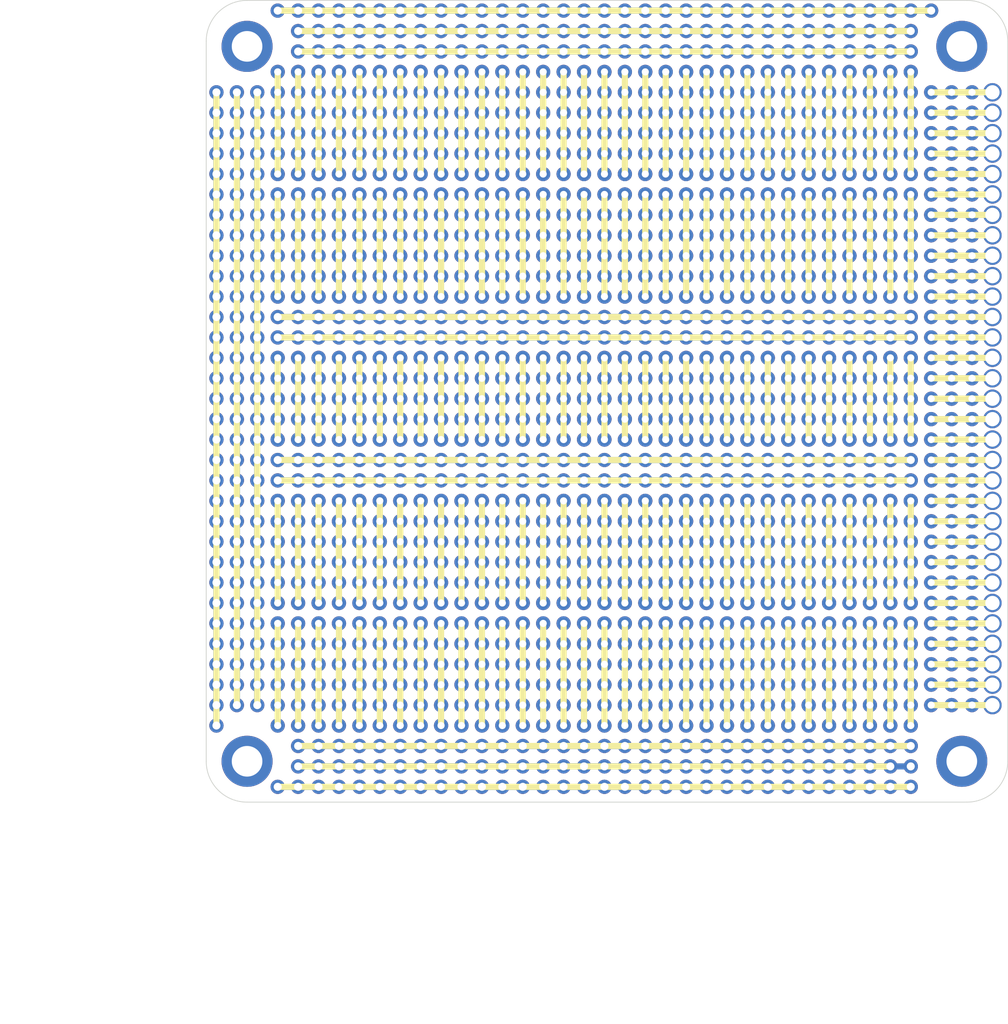
<source format=kicad_pcb>
(kicad_pcb (version 20211014) (generator pcbnew)
  (layers (0 "F.Cu" signal) (31 "B.Cu" signal) (34 "B.Paste" user) (35 "F.Paste" user) (36 "B.SilkS" user "B.Silkscreen") (37 "F.SilkS" user "F.Silkscreen") (38 "B.Mask" user) (39 "F.Mask" user) (44 "Edge.Cuts" user))
  (net 0 "")
  (footprint "DEFAULT" (layer "F.Cu") (at 0 0)
    (fp_text reference "")
    (fp_text value "")
  )
  (gr_line (start 59.69 -39.37) (end 59.69 -49.53) (layer "F.SilkS") (width 0.762))
  (gr_line (start 82.55 -36.83) (end 82.55 -46.99) (layer "F.SilkS") (width 0.762))
  (gr_line (start 62.23 -72.39) (end 62.23 -82.55) (layer "F.SilkS") (width 0.762))
  (gr_line (start 44.45 -92.71) (end 44.45 -102.87) (layer "F.SilkS") (width 0.762))
  (gr_line (start 115.57 -115.57) (end 120.65 -115.57) (layer "F.SilkS") (width 0.762))
  (gr_line (start 118.11 -41.91) (end 123.19 -41.91) (layer "F.SilkS") (width 0.762))
  (gr_line (start 115.57 -105.41) (end 120.65 -105.41) (layer "F.SilkS") (width 0.762))
  (gr_line (start 95.25 -92.71) (end 95.25 -102.87) (layer "F.SilkS") (width 0.762))
  (gr_line (start 85.09 -92.71) (end 85.09 -102.87) (layer "F.SilkS") (width 0.762))
  (gr_line (start 110.49 -107.95) (end 110.49 -118.11) (layer "F.SilkS") (width 0.762))
  (gr_line (start 97.79 -39.37) (end 97.79 -49.53) (layer "F.SilkS") (width 0.762))
  (gr_line (start 36.83 -39.37) (end 36.83 -49.53) (layer "F.SilkS") (width 0.762))
  (gr_line (start 64.77 -54.61) (end 64.77 -64.77) (layer "F.SilkS") (width 0.762))
  (gr_line (start 39.37 -36.83) (end 39.37 -46.99) (layer "F.SilkS") (width 0.762))
  (gr_line (start 49.53 -36.83) (end 49.53 -46.99) (layer "F.SilkS") (width 0.762))
  (gr_line (start 87.63 -54.61) (end 87.63 -64.77) (layer "F.SilkS") (width 0.762))
  (gr_line (start 36.83 -72.39) (end 36.83 -82.55) (layer "F.SilkS") (width 0.762))
  (gr_line (start 115.57 -59.69) (end 120.65 -59.69) (layer "F.SilkS") (width 0.762))
  (gr_line (start 41.91 -105.41) (end 41.91 -115.57) (layer "F.SilkS") (width 0.762))
  (gr_line (start 87.63 -72.39) (end 87.63 -82.55) (layer "F.SilkS") (width 0.762))
  (gr_line (start 46.99 -92.71) (end 46.99 -102.87) (layer "F.SilkS") (width 0.762))
  (gr_line (start 107.95 -90.17) (end 107.95 -100.33) (layer "F.SilkS") (width 0.762))
  (gr_line (start 115.57 -82.55) (end 120.65 -82.55) (layer "F.SilkS") (width 0.762))
  (gr_line (start 90.17 -105.41) (end 90.17 -115.57) (layer "F.SilkS") (width 0.762))
  (gr_line (start 115.57 -46.99) (end 120.65 -46.99) (layer "F.SilkS") (width 0.762))
  (gr_line (start 59.69 -54.61) (end 59.69 -64.77) (layer "F.SilkS") (width 0.762))
  (gr_line (start 39.37 -90.17) (end 39.37 -100.33) (layer "F.SilkS") (width 0.762))
  (gr_line (start 115.57 -64.77) (end 120.65 -64.77) (layer "F.SilkS") (width 0.762))
  (gr_line (start 110.49 -72.39) (end 110.49 -82.55) (layer "F.SilkS") (width 0.762))
  (gr_line (start 113.03 -52.07) (end 113.03 -62.23) (layer "F.SilkS") (width 0.762))
  (gr_line (start 97.79 -105.41) (end 97.79 -115.57) (layer "F.SilkS") (width 0.762))
  (gr_line (start 107.95 -52.07) (end 107.95 -62.23) (layer "F.SilkS") (width 0.762))
  (gr_line (start 97.79 -72.39) (end 97.79 -82.55) (layer "F.SilkS") (width 0.762))
  (gr_line (start 115.57 -44.45) (end 120.65 -44.45) (layer "F.SilkS") (width 0.762))
  (gr_line (start 113.03 -92.71) (end 113.03 -102.87) (layer "F.SilkS") (width 0.762))
  (gr_line (start 57.15 -92.71) (end 57.15 -102.87) (layer "F.SilkS") (width 0.762))
  (gr_line (start 34.29 -39.37) (end 34.29 -49.53) (layer "F.SilkS") (width 0.762))
  (gr_line (start 57.15 -36.83) (end 57.15 -46.99) (layer "F.SilkS") (width 0.762))
  (gr_line (start 118.11 -49.53) (end 123.19 -49.53) (layer "F.SilkS") (width 0.762))
  (gr_line (start 67.31 -92.71) (end 67.31 -102.87) (layer "F.SilkS") (width 0.762))
  (gr_line (start 107.95 -54.61) (end 107.95 -64.77) (layer "F.SilkS") (width 0.762))
  (gr_line (start 100.33 -90.17) (end 100.33 -100.33) (layer "F.SilkS") (width 0.762))
  (gr_line (start 115.57 -69.85) (end 120.65 -69.85) (layer "F.SilkS") (width 0.762))
  (gr_line (start 26.67 -36.83) (end 26.67 -115.57) (layer "F.SilkS") (width 0.762))
  (gr_line (start 44.45 -90.17) (end 44.45 -100.33) (layer "F.SilkS") (width 0.762))
  (gr_line (start 118.11 -92.71) (end 123.19 -92.71) (layer "F.SilkS") (width 0.762))
  (gr_line (start 72.39 -39.37) (end 72.39 -49.53) (layer "F.SilkS") (width 0.762))
  (gr_line (start 41.91 -54.61) (end 41.91 -64.77) (layer "F.SilkS") (width 0.762))
  (gr_line (start 67.31 -54.61) (end 67.31 -64.77) (layer "F.SilkS") (width 0.762))
  (gr_line (start 115.57 -95.25) (end 120.65 -95.25) (layer "F.SilkS") (width 0.762))
  (gr_line (start 85.09 -105.41) (end 85.09 -115.57) (layer "F.SilkS") (width 0.762))
  (gr_line (start 52.07 -90.17) (end 52.07 -100.33) (layer "F.SilkS") (width 0.762))
  (gr_line (start 64.77 -52.07) (end 64.77 -62.23) (layer "F.SilkS") (width 0.762))
  (gr_line (start 110.49 -36.83) (end 110.49 -46.99) (layer "F.SilkS") (width 0.762))
  (gr_line (start 87.63 -52.07) (end 87.63 -62.23) (layer "F.SilkS") (width 0.762))
  (gr_line (start 46.99 -52.07) (end 46.99 -62.23) (layer "F.SilkS") (width 0.762))
  (gr_line (start 54.61 -52.07) (end 54.61 -62.23) (layer "F.SilkS") (width 0.762))
  (gr_line (start 59.69 -36.83) (end 59.69 -46.99) (layer "F.SilkS") (width 0.762))
  (gr_line (start 115.57 -74.93) (end 120.65 -74.93) (layer "F.SilkS") (width 0.762))
  (gr_line (start 62.23 -36.83) (end 62.23 -46.99) (layer "F.SilkS") (width 0.762))
  (gr_line (start 115.57 -113.03) (end 120.65 -113.03) (layer "F.SilkS") (width 0.762))
  (gr_line (start 54.61 -105.41) (end 54.61 -115.57) (layer "F.SilkS") (width 0.762))
  (gr_line (start 82.55 -92.71) (end 82.55 -102.87) (layer "F.SilkS") (width 0.762))
  (gr_line (start 113.03 -90.17) (end 113.03 -100.33) (layer "F.SilkS") (width 0.762))
  (gr_line (start 118.11 -87.63) (end 123.19 -87.63) (layer "F.SilkS") (width 0.762))
  (gr_line (start 118.11 -90.17) (end 123.19 -90.17) (layer "F.SilkS") (width 0.762))
  (gr_line (start 107.95 -105.41) (end 107.95 -115.57) (layer "F.SilkS") (width 0.762))
  (gr_line (start 80.01 -107.95) (end 80.01 -118.11) (layer "F.SilkS") (width 0.762))
  (gr_line (start 72.39 -72.39) (end 72.39 -82.55) (layer "F.SilkS") (width 0.762))
  (gr_line (start 62.23 -54.61) (end 62.23 -64.77) (layer "F.SilkS") (width 0.762))
  (gr_line (start 57.15 -105.41) (end 57.15 -115.57) (layer "F.SilkS") (width 0.762))
  (gr_line (start 80.01 -72.39) (end 80.01 -82.55) (layer "F.SilkS") (width 0.762))
  (gr_line (start 118.11 -85.09) (end 123.19 -85.09) (layer "F.SilkS") (width 0.762))
  (gr_line (start 115.57 -110.49) (end 120.65 -110.49) (layer "F.SilkS") (width 0.762))
  (gr_line (start 44.45 -39.37) (end 44.45 -49.53) (layer "F.SilkS") (width 0.762))
  (gr_line (start 85.09 -72.39) (end 85.09 -82.55) (layer "F.SilkS") (width 0.762))
  (gr_line (start 107.95 -107.95) (end 107.95 -118.11) (layer "F.SilkS") (width 0.762))
  (gr_line (start 69.85 -39.37) (end 69.85 -49.53) (layer "F.SilkS") (width 0.762))
  (gr_line (start 92.71 -36.83) (end 92.71 -46.99) (layer "F.SilkS") (width 0.762))
  (gr_line (start 46.99 -72.39) (end 46.99 -82.55) (layer "F.SilkS") (width 0.762))
  (gr_line (start 62.23 -107.95) (end 62.23 -118.11) (layer "F.SilkS") (width 0.762))
  (gr_line (start 118.11 -97.79) (end 123.19 -97.79) (layer "F.SilkS") (width 0.762))
  (gr_line (start 118.11 -77.47) (end 123.19 -77.47) (layer "F.SilkS") (width 0.762))
  (gr_line (start 74.93 -105.41) (end 74.93 -115.57) (layer "F.SilkS") (width 0.762))
  (gr_line (start 118.11 -113.03) (end 123.19 -113.03) (layer "F.SilkS") (width 0.762))
  (gr_line (start 92.71 -107.95) (end 92.71 -118.11) (layer "F.SilkS") (width 0.762))
  (gr_line (start 92.71 -72.39) (end 92.71 -82.55) (layer "F.SilkS") (width 0.762))
  (gr_line (start 36.83 -31.75) (end 110.49 -31.75) (layer "F.SilkS") (width 0.762))
  (gr_line (start 87.63 -92.71) (end 87.63 -102.87) (layer "F.SilkS") (width 0.762))
  (gr_line (start 39.37 -92.71) (end 39.37 -102.87) (layer "F.SilkS") (width 0.762))
  (gr_line (start 118.11 -44.45) (end 123.19 -44.45) (layer "F.SilkS") (width 0.762))
  (gr_line (start 74.93 -72.39) (end 74.93 -82.55) (layer "F.SilkS") (width 0.762))
  (gr_line (start 54.61 -107.95) (end 54.61 -118.11) (layer "F.SilkS") (width 0.762))
  (gr_line (start 74.93 -52.07) (end 74.93 -62.23) (layer "F.SilkS") (width 0.762))
  (gr_line (start 44.45 -36.83) (end 44.45 -46.99) (layer "F.SilkS") (width 0.762))
  (gr_line (start 90.17 -36.83) (end 90.17 -46.99) (layer "F.SilkS") (width 0.762))
  (gr_line (start 105.41 -39.37) (end 105.41 -49.53) (layer "F.SilkS") (width 0.762))
  (gr_line (start 115.57 -107.95) (end 120.65 -107.95) (layer "F.SilkS") (width 0.762))
  (gr_line (start 95.25 -90.17) (end 95.25 -100.33) (layer "F.SilkS") (width 0.762))
  (gr_line (start 34.29 -125.73) (end 115.57 -125.73) (layer "F.SilkS") (width 0.762))
  (gr_line (start 107.95 -39.37) (end 107.95 -49.53) (layer "F.SilkS") (width 0.762))
  (gr_line (start 69.85 -72.39) (end 69.85 -82.55) (layer "F.SilkS") (width 0.762))
  (gr_line (start 36.83 -92.71) (end 36.83 -102.87) (layer "F.SilkS") (width 0.762))
  (gr_line (start 118.11 -69.85) (end 123.19 -69.85) (layer "F.SilkS") (width 0.762))
  (gr_line (start 72.39 -90.17) (end 72.39 -100.33) (layer "F.SilkS") (width 0.762))
  (gr_line (start 34.29 -105.41) (end 34.29 -115.57) (layer "F.SilkS") (width 0.762))
  (gr_line (start 72.39 -92.71) (end 72.39 -102.87) (layer "F.SilkS") (width 0.762))
  (gr_line (start 64.77 -36.83) (end 64.77 -46.99) (layer "F.SilkS") (width 0.762))
  (gr_line (start 118.11 -107.95) (end 123.19 -107.95) (layer "F.SilkS") (width 0.762))
  (gr_line (start 102.87 -107.95) (end 102.87 -118.11) (layer "F.SilkS") (width 0.762))
  (gr_line (start 36.83 -90.17) (end 36.83 -100.33) (layer "F.SilkS") (width 0.762))
  (gr_line (start 49.53 -72.39) (end 49.53 -82.55) (layer "F.SilkS") (width 0.762))
  (gr_line (start 110.49 -54.61) (end 110.49 -64.77) (layer "F.SilkS") (width 0.762))
  (gr_line (start 115.57 -80.01) (end 120.65 -80.01) (layer "F.SilkS") (width 0.762))
  (gr_line (start 64.77 -72.39) (end 64.77 -82.55) (layer "F.SilkS") (width 0.762))
  (gr_line (start 87.63 -105.41) (end 87.63 -115.57) (layer "F.SilkS") (width 0.762))
  (gr_line (start 54.61 -39.37) (end 54.61 -49.53) (layer "F.SilkS") (width 0.762))
  (gr_line (start 77.47 -52.07) (end 77.47 -62.23) (layer "F.SilkS") (width 0.762))
  (gr_line (start 115.57 -62.23) (end 120.65 -62.23) (layer "F.SilkS") (width 0.762))
  (gr_line (start 118.11 -57.15) (end 123.19 -57.15) (layer "F.SilkS") (width 0.762))
  (gr_line (start 57.15 -90.17) (end 57.15 -100.33) (layer "F.SilkS") (width 0.762))
  (gr_line (start 46.99 -54.61) (end 46.99 -64.77) (layer "F.SilkS") (width 0.762))
  (gr_line (start 85.09 -54.61) (end 85.09 -64.77) (layer "F.SilkS") (width 0.762))
  (gr_line (start 52.07 -92.71) (end 52.07 -102.87) (layer "F.SilkS") (width 0.762))
  (gr_line (start 36.83 -107.95) (end 36.83 -118.11) (layer "F.SilkS") (width 0.762))
  (gr_line (start 110.49 -90.17) (end 110.49 -100.33) (layer "F.SilkS") (width 0.762))
  (gr_line (start 82.55 -54.61) (end 82.55 -64.77) (layer "F.SilkS") (width 0.762))
  (gr_line (start 34.29 -69.85) (end 113.03 -69.85) (layer "F.SilkS") (width 0.762))
  (gr_line (start 118.11 -100.33) (end 123.19 -100.33) (layer "F.SilkS") (width 0.762))
  (gr_line (start 49.53 -52.07) (end 49.53 -62.23) (layer "F.SilkS") (width 0.762))
  (gr_line (start 36.83 -36.83) (end 36.83 -46.99) (layer "F.SilkS") (width 0.762))
  (gr_line (start 41.91 -72.39) (end 41.91 -82.55) (layer "F.SilkS") (width 0.762))
  (gr_line (start 102.87 -92.71) (end 102.87 -102.87) (layer "F.SilkS") (width 0.762))
  (gr_line (start 82.55 -52.07) (end 82.55 -62.23) (layer "F.SilkS") (width 0.762))
  (gr_line (start 67.31 -36.83) (end 67.31 -46.99) (layer "F.SilkS") (width 0.762))
  (gr_line (start 59.69 -90.17) (end 59.69 -100.33) (layer "F.SilkS") (width 0.762))
  (gr_line (start 39.37 -52.07) (end 39.37 -62.23) (layer "F.SilkS") (width 0.762))
  (gr_line (start 77.47 -54.61) (end 77.47 -64.77) (layer "F.SilkS") (width 0.762))
  (gr_line (start 92.71 -39.37) (end 92.71 -49.53) (layer "F.SilkS") (width 0.762))
  (gr_line (start 44.45 -107.95) (end 44.45 -118.11) (layer "F.SilkS") (width 0.762))
  (gr_line (start 95.25 -72.39) (end 95.25 -82.55) (layer "F.SilkS") (width 0.762))
  (gr_line (start 74.93 -92.71) (end 74.93 -102.87) (layer "F.SilkS") (width 0.762))
  (gr_line (start 97.79 -36.83) (end 97.79 -46.99) (layer "F.SilkS") (width 0.762))
  (gr_line (start 113.03 -105.41) (end 113.03 -115.57) (layer "F.SilkS") (width 0.762))
  (gr_line (start 97.79 -107.95) (end 97.79 -118.11) (layer "F.SilkS") (width 0.762))
  (gr_line (start 64.77 -92.71) (end 64.77 -102.87) (layer "F.SilkS") (width 0.762))
  (gr_line (start 80.01 -105.41) (end 80.01 -115.57) (layer "F.SilkS") (width 0.762))
  (gr_line (start 54.61 -72.39) (end 54.61 -82.55) (layer "F.SilkS") (width 0.762))
  (gr_line (start 118.11 -115.57) (end 123.19 -115.57) (layer "F.SilkS") (width 0.762))
  (gr_line (start 57.15 -72.39) (end 57.15 -82.55) (layer "F.SilkS") (width 0.762))
  (gr_line (start 36.83 -123.19) (end 113.03 -123.19) (layer "F.SilkS") (width 0.762))
  (gr_line (start 57.15 -107.95) (end 57.15 -118.11) (layer "F.SilkS") (width 0.762))
  (gr_line (start 39.37 -105.41) (end 39.37 -115.57) (layer "F.SilkS") (width 0.762))
  (gr_line (start 74.93 -36.83) (end 74.93 -46.99) (layer "F.SilkS") (width 0.762))
  (gr_line (start 87.63 -90.17) (end 87.63 -100.33) (layer "F.SilkS") (width 0.762))
  (gr_line (start 92.71 -92.71) (end 92.71 -102.87) (layer "F.SilkS") (width 0.762))
  (gr_line (start 85.09 -107.95) (end 85.09 -118.11) (layer "F.SilkS") (width 0.762))
  (gr_line (start 115.57 -67.31) (end 120.65 -67.31) (layer "F.SilkS") (width 0.762))
  (gr_line (start 107.95 -36.83) (end 107.95 -46.99) (layer "F.SilkS") (width 0.762))
  (gr_line (start 74.93 -54.61) (end 74.93 -64.77) (layer "F.SilkS") (width 0.762))
  (gr_line (start 102.87 -72.39) (end 102.87 -82.55) (layer "F.SilkS") (width 0.762))
  (gr_line (start 34.29 -29.21) (end 113.03 -29.21) (layer "F.SilkS") (width 0.762))
  (gr_line (start 85.09 -90.17) (end 85.09 -100.33) (layer "F.SilkS") (width 0.762))
  (gr_line (start 100.33 -39.37) (end 100.33 -49.53) (layer "F.SilkS") (width 0.762))
  (gr_line (start 100.33 -92.71) (end 100.33 -102.87) (layer "F.SilkS") (width 0.762))
  (gr_line (start 82.55 -72.39) (end 82.55 -82.55) (layer "F.SilkS") (width 0.762))
  (gr_line (start 31.75 -39.37) (end 31.75 -115.57) (layer "F.SilkS") (width 0.762))
  (gr_line (start 39.37 -39.37) (end 39.37 -49.53) (layer "F.SilkS") (width 0.762))
  (gr_line (start 118.11 -46.99) (end 123.19 -46.99) (layer "F.SilkS") (width 0.762))
  (gr_line (start 49.53 -54.61) (end 49.53 -64.77) (layer "F.SilkS") (width 0.762))
  (gr_line (start 90.17 -72.39) (end 90.17 -82.55) (layer "F.SilkS") (width 0.762))
  (gr_line (start 118.11 -52.07) (end 123.19 -52.07) (layer "F.SilkS") (width 0.762))
  (gr_line (start 44.45 -52.07) (end 44.45 -62.23) (layer "F.SilkS") (width 0.762))
  (gr_line (start 118.11 -59.69) (end 123.19 -59.69) (layer "F.SilkS") (width 0.762))
  (gr_line (start 52.07 -105.41) (end 52.07 -115.57) (layer "F.SilkS") (width 0.762))
  (gr_line (start 62.23 -39.37) (end 62.23 -49.53) (layer "F.SilkS") (width 0.762))
  (gr_line (start 90.17 -52.07) (end 90.17 -62.23) (layer "F.SilkS") (width 0.762))
  (gr_line (start 82.55 -107.95) (end 82.55 -118.11) (layer "F.SilkS") (width 0.762))
  (gr_line (start 105.41 -36.83) (end 105.41 -46.99) (layer "F.SilkS") (width 0.762))
  (gr_line (start 62.23 -92.71) (end 62.23 -102.87) (layer "F.SilkS") (width 0.762))
  (gr_line (start 118.11 -110.49) (end 123.19 -110.49) (layer "F.SilkS") (width 0.762))
  (gr_line (start 80.01 -90.17) (end 80.01 -100.33) (layer "F.SilkS") (width 0.762))
  (gr_line (start 85.09 -39.37) (end 85.09 -49.53) (layer "F.SilkS") (width 0.762))
  (gr_line (start 49.53 -39.37) (end 49.53 -49.53) (layer "F.SilkS") (width 0.762))
  (gr_line (start 77.47 -36.83) (end 77.47 -46.99) (layer "F.SilkS") (width 0.762))
  (gr_line (start 80.01 -92.71) (end 80.01 -102.87) (layer "F.SilkS") (width 0.762))
  (gr_line (start 82.55 -39.37) (end 82.55 -49.53) (layer "F.SilkS") (width 0.762))
  (gr_line (start 34.29 -107.95) (end 34.29 -118.11) (layer "F.SilkS") (width 0.762))
  (gr_line (start 113.03 -39.37) (end 113.03 -49.53) (layer "F.SilkS") (width 0.762))
  (gr_line (start 34.29 -92.71) (end 34.29 -102.87) (layer "F.SilkS") (width 0.762))
  (gr_line (start 102.87 -54.61) (end 102.87 -64.77) (layer "F.SilkS") (width 0.762))
  (gr_line (start 41.91 -107.95) (end 41.91 -118.11) (layer "F.SilkS") (width 0.762))
  (gr_line (start 115.57 -97.79) (end 120.65 -97.79) (layer "F.SilkS") (width 0.762))
  (gr_line (start 74.93 -90.17) (end 74.93 -100.33) (layer "F.SilkS") (width 0.762))
  (gr_line (start 118.11 -54.61) (end 123.19 -54.61) (layer "F.SilkS") (width 0.762))
  (gr_line (start 115.57 -92.71) (end 120.65 -92.71) (layer "F.SilkS") (width 0.762))
  (gr_line (start 62.23 -52.07) (end 62.23 -62.23) (layer "F.SilkS") (width 0.762))
  (gr_line (start 100.33 -105.41) (end 100.33 -115.57) (layer "F.SilkS") (width 0.762))
  (gr_line (start 118.11 -39.37) (end 123.19 -39.37) (layer "F.SilkS") (width 0.762))
  (gr_line (start 118.11 -95.25) (end 123.19 -95.25) (layer "F.SilkS") (width 0.762))
  (gr_line (start 115.57 -90.17) (end 120.65 -90.17) (layer "F.SilkS") (width 0.762))
  (gr_line (start 69.85 -52.07) (end 69.85 -62.23) (layer "F.SilkS") (width 0.762))
  (gr_line (start 90.17 -39.37) (end 90.17 -49.53) (layer "F.SilkS") (width 0.762))
  (gr_line (start 41.91 -52.07) (end 41.91 -62.23) (layer "F.SilkS") (width 0.762))
  (gr_line (start 118.11 -105.41) (end 123.19 -105.41) (layer "F.SilkS") (width 0.762))
  (gr_line (start 100.33 -54.61) (end 100.33 -64.77) (layer "F.SilkS") (width 0.762))
  (gr_line (start 115.57 -77.47) (end 120.65 -77.47) (layer "F.SilkS") (width 0.762))
  (gr_line (start 36.83 -34.29) (end 113.03 -34.29) (layer "F.SilkS") (width 0.762))
  (gr_line (start 49.53 -107.95) (end 49.53 -118.11) (layer "F.SilkS") (width 0.762))
  (gr_line (start 72.39 -107.95) (end 72.39 -118.11) (layer "F.SilkS") (width 0.762))
  (gr_line (start 118.11 -72.39) (end 123.19 -72.39) (layer "F.SilkS") (width 0.762))
  (gr_line (start 118.11 -67.31) (end 123.19 -67.31) (layer "F.SilkS") (width 0.762))
  (gr_line (start 34.29 -85.09) (end 113.03 -85.09) (layer "F.SilkS") (width 0.762))
  (gr_line (start 46.99 -107.95) (end 46.99 -118.11) (layer "F.SilkS") (width 0.762))
  (gr_line (start 102.87 -39.37) (end 102.87 -49.53) (layer "F.SilkS") (width 0.762))
  (gr_line (start 97.79 -54.61) (end 97.79 -64.77) (layer "F.SilkS") (width 0.762))
  (gr_line (start 118.11 -64.77) (end 123.19 -64.77) (layer "F.SilkS") (width 0.762))
  (gr_line (start 69.85 -107.95) (end 69.85 -118.11) (layer "F.SilkS") (width 0.762))
  (gr_line (start 64.77 -107.95) (end 64.77 -118.11) (layer "F.SilkS") (width 0.762))
  (gr_line (start 72.39 -52.07) (end 72.39 -62.23) (layer "F.SilkS") (width 0.762))
  (gr_line (start 46.99 -105.41) (end 46.99 -115.57) (layer "F.SilkS") (width 0.762))
  (gr_line (start 80.01 -52.07) (end 80.01 -62.23) (layer "F.SilkS") (width 0.762))
  (gr_line (start 77.47 -105.41) (end 77.47 -115.57) (layer "F.SilkS") (width 0.762))
  (gr_line (start 115.57 -39.37) (end 120.65 -39.37) (layer "F.SilkS") (width 0.762))
  (gr_line (start 54.61 -36.83) (end 54.61 -46.99) (layer "F.SilkS") (width 0.762))
  (gr_line (start 57.15 -52.07) (end 57.15 -62.23) (layer "F.SilkS") (width 0.762))
  (gr_line (start 105.41 -90.17) (end 105.41 -100.33) (layer "F.SilkS") (width 0.762))
  (gr_line (start 41.91 -36.83) (end 41.91 -46.99) (layer "F.SilkS") (width 0.762))
  (gr_line (start 67.31 -107.95) (end 67.31 -118.11) (layer "F.SilkS") (width 0.762))
  (gr_line (start 72.39 -54.61) (end 72.39 -64.77) (layer "F.SilkS") (width 0.762))
  (gr_line (start 59.69 -105.41) (end 59.69 -115.57) (layer "F.SilkS") (width 0.762))
  (gr_line (start 115.57 -102.87) (end 120.65 -102.87) (layer "F.SilkS") (width 0.762))
  (gr_line (start 69.85 -54.61) (end 69.85 -64.77) (layer "F.SilkS") (width 0.762))
  (gr_line (start 67.31 -52.07) (end 67.31 -62.23) (layer "F.SilkS") (width 0.762))
  (gr_line (start 74.93 -39.37) (end 74.93 -49.53) (layer "F.SilkS") (width 0.762))
  (gr_line (start 100.33 -107.95) (end 100.33 -118.11) (layer "F.SilkS") (width 0.762))
  (gr_line (start 67.31 -105.41) (end 67.31 -115.57) (layer "F.SilkS") (width 0.762))
  (gr_line (start 52.07 -52.07) (end 52.07 -62.23) (layer "F.SilkS") (width 0.762))
  (gr_line (start 110.49 -52.07) (end 110.49 -62.23) (layer "F.SilkS") (width 0.762))
  (gr_line (start 69.85 -92.71) (end 69.85 -102.87) (layer "F.SilkS") (width 0.762))
  (gr_line (start 95.25 -107.95) (end 95.25 -118.11) (layer "F.SilkS") (width 0.762))
  (gr_line (start 115.57 -49.53) (end 120.65 -49.53) (layer "F.SilkS") (width 0.762))
  (gr_line (start 90.17 -90.17) (end 90.17 -100.33) (layer "F.SilkS") (width 0.762))
  (gr_line (start 54.61 -90.17) (end 54.61 -100.33) (layer "F.SilkS") (width 0.762))
  (gr_line (start 59.69 -72.39) (end 59.69 -82.55) (layer "F.SilkS") (width 0.762))
  (gr_line (start 69.85 -90.17) (end 69.85 -100.33) (layer "F.SilkS") (width 0.762))
  (gr_line (start 34.29 -36.83) (end 34.29 -46.99) (layer "F.SilkS") (width 0.762))
  (gr_line (start 95.25 -36.83) (end 95.25 -46.99) (layer "F.SilkS") (width 0.762))
  (gr_line (start 105.41 -92.71) (end 105.41 -102.87) (layer "F.SilkS") (width 0.762))
  (gr_line (start 36.83 -52.07) (end 36.83 -62.23) (layer "F.SilkS") (width 0.762))
  (gr_line (start 87.63 -39.37) (end 87.63 -49.53) (layer "F.SilkS") (width 0.762))
  (gr_line (start 54.61 -54.61) (end 54.61 -64.77) (layer "F.SilkS") (width 0.762))
  (gr_line (start 90.17 -92.71) (end 90.17 -102.87) (layer "F.SilkS") (width 0.762))
  (gr_line (start 97.79 -52.07) (end 97.79 -62.23) (layer "F.SilkS") (width 0.762))
  (gr_line (start 105.41 -54.61) (end 105.41 -64.77) (layer "F.SilkS") (width 0.762))
  (gr_line (start 85.09 -36.83) (end 85.09 -46.99) (layer "F.SilkS") (width 0.762))
  (gr_line (start 115.57 -57.15) (end 120.65 -57.15) (layer "F.SilkS") (width 0.762))
  (gr_line (start 49.53 -105.41) (end 49.53 -115.57) (layer "F.SilkS") (width 0.762))
  (gr_line (start 72.39 -36.83) (end 72.39 -46.99) (layer "F.SilkS") (width 0.762))
  (gr_line (start 41.91 -92.71) (end 41.91 -102.87) (layer "F.SilkS") (width 0.762))
  (gr_line (start 49.53 -90.17) (end 49.53 -100.33) (layer "F.SilkS") (width 0.762))
  (gr_line (start 34.29 -67.31) (end 113.03 -67.31) (layer "F.SilkS") (width 0.762))
  (gr_line (start 80.01 -36.83) (end 80.01 -46.99) (layer "F.SilkS") (width 0.762))
  (gr_line (start 113.03 -107.95) (end 113.03 -118.11) (layer "F.SilkS") (width 0.762))
  (gr_line (start 115.57 -100.33) (end 120.65 -100.33) (layer "F.SilkS") (width 0.762))
  (gr_line (start 34.29 -72.39) (end 34.29 -82.55) (layer "F.SilkS") (width 0.762))
  (gr_line (start 64.77 -105.41) (end 64.77 -115.57) (layer "F.SilkS") (width 0.762))
  (gr_line (start 57.15 -54.61) (end 57.15 -64.77) (layer "F.SilkS") (width 0.762))
  (gr_line (start 87.63 -107.95) (end 87.63 -118.11) (layer "F.SilkS") (width 0.762))
  (gr_line (start 44.45 -105.41) (end 44.45 -115.57) (layer "F.SilkS") (width 0.762))
  (gr_line (start 82.55 -90.17) (end 82.55 -100.33) (layer "F.SilkS") (width 0.762))
  (gr_line (start 80.01 -54.61) (end 80.01 -64.77) (layer "F.SilkS") (width 0.762))
  (gr_line (start 46.99 -90.17) (end 46.99 -100.33) (layer "F.SilkS") (width 0.762))
  (gr_line (start 34.29 -87.63) (end 113.03 -87.63) (layer "F.SilkS") (width 0.762))
  (gr_line (start 95.25 -54.61) (end 95.25 -64.77) (layer "F.SilkS") (width 0.762))
  (gr_line (start 36.83 -54.61) (end 36.83 -64.77) (layer "F.SilkS") (width 0.762))
  (gr_line (start 62.23 -105.41) (end 62.23 -115.57) (layer "F.SilkS") (width 0.762))
  (gr_line (start 113.03 -54.61) (end 113.03 -64.77) (layer "F.SilkS") (width 0.762))
  (gr_line (start 69.85 -36.83) (end 69.85 -46.99) (layer "F.SilkS") (width 0.762))
  (gr_line (start 115.57 -87.63) (end 120.65 -87.63) (layer "F.SilkS") (width 0.762))
  (gr_line (start 113.03 -72.39) (end 113.03 -82.55) (layer "F.SilkS") (width 0.762))
  (gr_line (start 67.31 -90.17) (end 67.31 -100.33) (layer "F.SilkS") (width 0.762))
  (gr_line (start 59.69 -107.95) (end 59.69 -118.11) (layer "F.SilkS") (width 0.762))
  (gr_line (start 102.87 -52.07) (end 102.87 -62.23) (layer "F.SilkS") (width 0.762))
  (gr_line (start 67.31 -39.37) (end 67.31 -49.53) (layer "F.SilkS") (width 0.762))
  (gr_line (start 44.45 -54.61) (end 44.45 -64.77) (layer "F.SilkS") (width 0.762))
  (gr_line (start 92.71 -54.61) (end 92.71 -64.77) (layer "F.SilkS") (width 0.762))
  (gr_line (start 39.37 -72.39) (end 39.37 -82.55) (layer "F.SilkS") (width 0.762))
  (gr_line (start 92.71 -90.17) (end 92.71 -100.33) (layer "F.SilkS") (width 0.762))
  (gr_line (start 29.21 -39.37) (end 29.21 -115.57) (layer "F.SilkS") (width 0.762))
  (gr_line (start 52.07 -72.39) (end 52.07 -82.55) (layer "F.SilkS") (width 0.762))
  (gr_line (start 105.41 -72.39) (end 105.41 -82.55) (layer "F.SilkS") (width 0.762))
  (gr_line (start 36.83 -120.65) (end 113.03 -120.65) (layer "F.SilkS") (width 0.762))
  (gr_line (start 64.77 -39.37) (end 64.77 -49.53) (layer "F.SilkS") (width 0.762))
  (gr_line (start 90.17 -107.95) (end 90.17 -118.11) (layer "F.SilkS") (width 0.762))
  (gr_line (start 115.57 -54.61) (end 120.65 -54.61) (layer "F.SilkS") (width 0.762))
  (gr_line (start 102.87 -105.41) (end 102.87 -115.57) (layer "F.SilkS") (width 0.762))
  (gr_line (start 41.91 -39.37) (end 41.91 -49.53) (layer "F.SilkS") (width 0.762))
  (gr_line (start 107.95 -72.39) (end 107.95 -82.55) (layer "F.SilkS") (width 0.762))
  (gr_line (start 92.71 -52.07) (end 92.71 -62.23) (layer "F.SilkS") (width 0.762))
  (gr_line (start 115.57 -72.39) (end 120.65 -72.39) (layer "F.SilkS") (width 0.762))
  (gr_line (start 52.07 -36.83) (end 52.07 -46.99) (layer "F.SilkS") (width 0.762))
  (gr_line (start 77.47 -107.95) (end 77.47 -118.11) (layer "F.SilkS") (width 0.762))
  (gr_line (start 118.11 -80.01) (end 123.19 -80.01) (layer "F.SilkS") (width 0.762))
  (gr_line (start 72.39 -105.41) (end 72.39 -115.57) (layer "F.SilkS") (width 0.762))
  (gr_line (start 110.49 -39.37) (end 110.49 -49.53) (layer "F.SilkS") (width 0.762))
  (gr_line (start 39.37 -107.95) (end 39.37 -118.11) (layer "F.SilkS") (width 0.762))
  (gr_line (start 115.57 -41.91) (end 120.65 -41.91) (layer "F.SilkS") (width 0.762))
  (gr_line (start 34.29 -52.07) (end 34.29 -62.23) (layer "F.SilkS") (width 0.762))
  (gr_line (start 59.69 -52.07) (end 59.69 -62.23) (layer "F.SilkS") (width 0.762))
  (gr_line (start 49.53 -92.71) (end 49.53 -102.87) (layer "F.SilkS") (width 0.762))
  (gr_line (start 52.07 -54.61) (end 52.07 -64.77) (layer "F.SilkS") (width 0.762))
  (gr_line (start 105.41 -107.95) (end 105.41 -118.11) (layer "F.SilkS") (width 0.762))
  (gr_line (start 57.15 -39.37) (end 57.15 -49.53) (layer "F.SilkS") (width 0.762))
  (gr_line (start 59.69 -92.71) (end 59.69 -102.87) (layer "F.SilkS") (width 0.762))
  (gr_line (start 85.09 -52.07) (end 85.09 -62.23) (layer "F.SilkS") (width 0.762))
  (gr_line (start 102.87 -36.83) (end 102.87 -46.99) (layer "F.SilkS") (width 0.762))
  (gr_line (start 100.33 -72.39) (end 100.33 -82.55) (layer "F.SilkS") (width 0.762))
  (gr_line (start 80.01 -39.37) (end 80.01 -49.53) (layer "F.SilkS") (width 0.762))
  (gr_line (start 110.49 -105.41) (end 110.49 -115.57) (layer "F.SilkS") (width 0.762))
  (gr_line (start 92.71 -105.41) (end 92.71 -115.57) (layer "F.SilkS") (width 0.762))
  (gr_line (start 77.47 -92.71) (end 77.47 -102.87) (layer "F.SilkS") (width 0.762))
  (gr_line (start 62.23 -90.17) (end 62.23 -100.33) (layer "F.SilkS") (width 0.762))
  (gr_line (start 41.91 -90.17) (end 41.91 -100.33) (layer "F.SilkS") (width 0.762))
  (gr_line (start 46.99 -36.83) (end 46.99 -46.99) (layer "F.SilkS") (width 0.762))
  (gr_line (start 36.83 -105.41) (end 36.83 -115.57) (layer "F.SilkS") (width 0.762))
  (gr_line (start 102.87 -90.17) (end 102.87 -100.33) (layer "F.SilkS") (width 0.762))
  (gr_line (start 105.41 -105.41) (end 105.41 -115.57) (layer "F.SilkS") (width 0.762))
  (gr_line (start 97.79 -90.17) (end 97.79 -100.33) (layer "F.SilkS") (width 0.762))
  (gr_line (start 115.57 -52.07) (end 120.65 -52.07) (layer "F.SilkS") (width 0.762))
  (gr_line (start 74.93 -107.95) (end 74.93 -118.11) (layer "F.SilkS") (width 0.762))
  (gr_line (start 118.11 -74.93) (end 123.19 -74.93) (layer "F.SilkS") (width 0.762))
  (gr_line (start 64.77 -90.17) (end 64.77 -100.33) (layer "F.SilkS") (width 0.762))
  (gr_line (start 34.29 -54.61) (end 34.29 -64.77) (layer "F.SilkS") (width 0.762))
  (gr_line (start 87.63 -36.83) (end 87.63 -46.99) (layer "F.SilkS") (width 0.762))
  (gr_line (start 69.85 -105.41) (end 69.85 -115.57) (layer "F.SilkS") (width 0.762))
  (gr_line (start 118.11 -82.55) (end 123.19 -82.55) (layer "F.SilkS") (width 0.762))
  (gr_line (start 54.61 -92.71) (end 54.61 -102.87) (layer "F.SilkS") (width 0.762))
  (gr_line (start 95.25 -39.37) (end 95.25 -49.53) (layer "F.SilkS") (width 0.762))
  (gr_line (start 34.29 -90.17) (end 34.29 -100.33) (layer "F.SilkS") (width 0.762))
  (gr_line (start 95.25 -52.07) (end 95.25 -62.23) (layer "F.SilkS") (width 0.762))
  (gr_line (start 77.47 -72.39) (end 77.47 -82.55) (layer "F.SilkS") (width 0.762))
  (gr_line (start 115.57 -85.09) (end 120.65 -85.09) (layer "F.SilkS") (width 0.762))
  (gr_line (start 44.45 -72.39) (end 44.45 -82.55) (layer "F.SilkS") (width 0.762))
  (gr_line (start 82.55 -105.41) (end 82.55 -115.57) (layer "F.SilkS") (width 0.762))
  (gr_line (start 52.07 -107.95) (end 52.07 -118.11) (layer "F.SilkS") (width 0.762))
  (gr_line (start 95.25 -105.41) (end 95.25 -115.57) (layer "F.SilkS") (width 0.762))
  (gr_line (start 100.33 -36.83) (end 100.33 -46.99) (layer "F.SilkS") (width 0.762))
  (gr_line (start 97.79 -92.71) (end 97.79 -102.87) (layer "F.SilkS") (width 0.762))
  (gr_line (start 77.47 -90.17) (end 77.47 -100.33) (layer "F.SilkS") (width 0.762))
  (gr_line (start 110.49 -92.71) (end 110.49 -102.87) (layer "F.SilkS") (width 0.762))
  (gr_line (start 39.37 -54.61) (end 39.37 -64.77) (layer "F.SilkS") (width 0.762))
  (gr_line (start 107.95 -92.71) (end 107.95 -102.87) (layer "F.SilkS") (width 0.762))
  (gr_line (start 90.17 -54.61) (end 90.17 -64.77) (layer "F.SilkS") (width 0.762))
  (gr_line (start 67.31 -72.39) (end 67.31 -82.55) (layer "F.SilkS") (width 0.762))
  (gr_line (start 46.99 -39.37) (end 46.99 -49.53) (layer "F.SilkS") (width 0.762))
  (gr_line (start 118.11 -102.87) (end 123.19 -102.87) (layer "F.SilkS") (width 0.762))
  (gr_line (start 77.47 -39.37) (end 77.47 -49.53) (layer "F.SilkS") (width 0.762))
  (gr_line (start 52.07 -39.37) (end 52.07 -49.53) (layer "F.SilkS") (width 0.762))
  (gr_line (start 113.03 -36.83) (end 113.03 -46.99) (layer "F.SilkS") (width 0.762))
  (gr_line (start 118.11 -62.23) (end 123.19 -62.23) (layer "F.SilkS") (width 0.762))
  (gr_line (start 105.41 -52.07) (end 105.41 -62.23) (layer "F.SilkS") (width 0.762))
  (gr_line (start 100.33 -52.07) (end 100.33 -62.23) (layer "F.SilkS") (width 0.762))
  (gr_arc (start 120.015 -127) (mid 123.607102 -125.512102) (end 125.095 -121.92) (layer "Edge.Cuts") (width 0.1))
  (gr_arc (start 30.48 -27.305) (mid 26.887898 -28.792898) (end 25.4 -32.385) (layer "Edge.Cuts") (width 0.1))
  (gr_line (start 25.4 -32.385) (end 25.4 -121.92) (layer "Edge.Cuts") (width 0.1))
  (gr_arc (start 125.095 -32.385) (mid 123.607102 -28.792898) (end 120.015 -27.305) (layer "Edge.Cuts") (width 0.1))
  (gr_line (start 120.015 -27.305) (end 30.48 -27.305) (layer "Edge.Cuts") (width 0.1))
  (gr_line (start 30.48 -127) (end 120.015 -127) (layer "Edge.Cuts") (width 0.1))
  (gr_arc (start 25.4 -121.92) (mid 26.887898 -125.512102) (end 30.48 -127) (layer "Edge.Cuts") (width 0.1))
  (gr_line (start 125.095 -121.92) (end 125.095 -32.385) (layer "Edge.Cuts") (width 0.1))
  (segment (start 113.03 -36.83) (end 113.03 -46.99) (width 0.381) (layer "B.Cu") (net 0))
  (segment (start 80.01 -54.61) (end 80.01 -64.77) (width 0.381) (layer "B.Cu") (net 0))
  (segment (start 67.31 -72.39) (end 67.31 -82.55) (width 0.381) (layer "B.Cu") (net 0))
  (segment (start 57.15 -39.37) (end 57.15 -49.53) (width 0.381) (layer "B.Cu") (net 0))
  (segment (start 85.09 -52.07) (end 85.09 -62.23) (width 0.381) (layer "B.Cu") (net 0))
  (segment (start 67.31 -92.71) (end 67.31 -102.87) (width 0.381) (layer "B.Cu") (net 0))
  (segment (start 102.87 -52.07) (end 102.87 -62.23) (width 0.381) (layer "B.Cu") (net 0))
  (segment (start 107.95 -105.41) (end 107.95 -115.57) (width 0.381) (layer "B.Cu") (net 0))
  (segment (start 69.85 -39.37) (end 69.85 -49.53) (width 0.381) (layer "B.Cu") (net 0))
  (segment (start 115.57 -72.39) (end 120.65 -72.39) (width 0.508) (layer "B.Cu") (net 0))
  (segment (start 100.33 -90.17) (end 100.33 -100.33) (width 0.381) (layer "B.Cu") (net 0))
  (segment (start 95.25 -36.83) (end 95.25 -46.99) (width 0.381) (layer "B.Cu") (net 0))
  (segment (start 57.15 -107.95) (end 57.15 -118.11) (width 0.381) (layer "B.Cu") (net 0))
  (segment (start 115.57 -110.49) (end 120.65 -110.49) (width 0.508) (layer "B.Cu") (net 0))
  (segment (start 41.91 -39.37) (end 41.91 -49.53) (width 0.381) (layer "B.Cu") (net 0))
  (segment (start 46.99 -39.37) (end 46.99 -49.53) (width 0.381) (layer "B.Cu") (net 0))
  (segment (start 39.37 -36.83) (end 39.37 -46.99) (width 0.381) (layer "B.Cu") (net 0))
  (segment (start 115.57 -85.09) (end 120.65 -85.09) (width 0.508) (layer "B.Cu") (net 0))
  (segment (start 118.11 -100.33) (end 123.19 -100.33) (width 0.508) (layer "B.Cu") (net 0))
  (segment (start 74.93 -92.71) (end 74.93 -102.87) (width 0.381) (layer "B.Cu") (net 0))
  (segment (start 113.03 -39.37) (end 113.03 -49.53) (width 0.381) (layer "B.Cu") (net 0))
  (segment (start 82.55 -90.17) (end 82.55 -100.33) (width 0.381) (layer "B.Cu") (net 0))
  (segment (start 72.39 -90.17) (end 72.39 -100.33) (width 0.381) (layer "B.Cu") (net 0))
  (segment (start 54.61 -54.61) (end 54.61 -64.77) (width 0.381) (layer "B.Cu") (net 0))
  (segment (start 31.75 -39.37) (end 31.75 -115.57) (width 0.762) (layer "B.Cu") (net 0))
  (segment (start 118.11 -52.07) (end 123.19 -52.07) (width 0.508) (layer "B.Cu") (net 0))
  (segment (start 80.01 -107.95) (end 80.01 -118.11) (width 0.381) (layer "B.Cu") (net 0))
  (segment (start 115.57 -87.63) (end 120.65 -87.63) (width 0.508) (layer "B.Cu") (net 0))
  (segment (start 97.79 -36.83) (end 97.79 -46.99) (width 0.381) (layer "B.Cu") (net 0))
  (segment (start 46.99 -90.17) (end 46.99 -100.33) (width 0.381) (layer "B.Cu") (net 0))
  (segment (start 74.93 -39.37) (end 74.93 -49.53) (width 0.381) (layer "B.Cu") (net 0))
  (segment (start 115.57 -74.93) (end 120.65 -74.93) (width 0.508) (layer "B.Cu") (net 0))
  (segment (start 49.53 -36.83) (end 49.53 -46.99) (width 0.381) (layer "B.Cu") (net 0))
  (segment (start 62.23 -105.41) (end 62.23 -115.57) (width 0.381) (layer "B.Cu") (net 0))
  (segment (start 115.57 -64.77) (end 120.65 -64.77) (width 0.508) (layer "B.Cu") (net 0))
  (segment (start 77.47 -107.95) (end 77.47 -118.11) (width 0.381) (layer "B.Cu") (net 0))
  (segment (start 72.39 -54.61) (end 72.39 -64.77) (width 0.381) (layer "B.Cu") (net 0))
  (segment (start 105.41 -39.37) (end 105.41 -49.53) (width 0.381) (layer "B.Cu") (net 0))
  (segment (start 59.69 -36.83) (end 59.69 -46.99) (width 0.381) (layer "B.Cu") (net 0))
  (segment (start 62.23 -54.61) (end 62.23 -64.77) (width 0.381) (layer "B.Cu") (net 0))
  (segment (start 49.53 -39.37) (end 49.53 -49.53) (width 0.381) (layer "B.Cu") (net 0))
  (segment (start 115.57 -49.53) (end 120.65 -49.53) (width 0.508) (layer "B.Cu") (net 0))
  (segment (start 95.25 -90.17) (end 95.25 -100.33) (width 0.381) (layer "B.Cu") (net 0))
  (segment (start 26.67 -36.83) (end 26.67 -115.57) (width 0.762) (layer "B.Cu") (net 0))
  (segment (start 34.29 -54.61) (end 34.29 -64.77) (width 0.381) (layer "B.Cu") (net 0))
  (segment (start 118.11 -62.23) (end 123.19 -62.23) (width 0.508) (layer "B.Cu") (net 0))
  (segment (start 118.11 -92.71) (end 123.19 -92.71) (width 0.508) (layer "B.Cu") (net 0))
  (segment (start 82.55 -92.71) (end 82.55 -102.87) (width 0.381) (layer "B.Cu") (net 0))
  (segment (start 74.93 -107.95) (end 74.93 -118.11) (width 0.381) (layer "B.Cu") (net 0))
  (segment (start 118.11 -113.03) (end 123.19 -113.03) (width 0.508) (layer "B.Cu") (net 0))
  (segment (start 92.71 -105.41) (end 92.71 -115.57) (width 0.381) (layer "B.Cu") (net 0))
  (segment (start 77.47 -105.41) (end 77.47 -115.57) (width 0.381) (layer "B.Cu") (net 0))
  (segment (start 90.17 -36.83) (end 90.17 -46.99) (width 0.381) (layer "B.Cu") (net 0))
  (segment (start 36.83 -120.65) (end 113.03 -120.65) (width 0.762) (layer "B.Cu") (net 0))
  (segment (start 41.91 -54.61) (end 41.91 -64.77) (width 0.381) (layer "B.Cu") (net 0))
  (segment (start 34.29 -85.09) (end 113.03 -85.09) (width 0.762) (layer "B.Cu") (net 0))
  (segment (start 110.49 -90.17) (end 110.49 -100.33) (width 0.381) (layer "B.Cu") (net 0))
  (segment (start 100.33 -72.39) (end 100.33 -82.55) (width 0.381) (layer "B.Cu") (net 0))
  (segment (start 115.57 -44.45) (end 120.65 -44.45) (width 0.508) (layer "B.Cu") (net 0))
  (segment (start 57.15 -105.41) (end 57.15 -115.57) (width 0.381) (layer "B.Cu") (net 0))
  (segment (start 110.49 -107.95) (end 110.49 -118.11) (width 0.381) (layer "B.Cu") (net 0))
  (segment (start 107.95 -90.17) (end 107.95 -100.33) (width 0.381) (layer "B.Cu") (net 0))
  (segment (start 90.17 -52.07) (end 90.17 -62.23) (width 0.381) (layer "B.Cu") (net 0))
  (segment (start 115.57 -97.79) (end 120.65 -97.79) (width 0.508) (layer "B.Cu") (net 0))
  (segment (start 57.15 -72.39) (end 57.15 -82.55) (width 0.381) (layer "B.Cu") (net 0))
  (segment (start 77.47 -92.71) (end 77.47 -102.87) (width 0.381) (layer "B.Cu") (net 0))
  (segment (start 46.99 -72.39) (end 46.99 -82.55) (width 0.381) (layer "B.Cu") (net 0))
  (segment (start 72.39 -52.07) (end 72.39 -62.23) (width 0.381) (layer "B.Cu") (net 0))
  (segment (start 44.45 -72.39) (end 44.45 -82.55) (width 0.381) (layer "B.Cu") (net 0))
  (segment (start 85.09 -105.41) (end 85.09 -115.57) (width 0.381) (layer "B.Cu") (net 0))
  (segment (start 34.29 -92.71) (end 34.29 -102.87) (width 0.381) (layer "B.Cu") (net 0))
  (segment (start 54.61 -107.95) (end 54.61 -118.11) (width 0.381) (layer "B.Cu") (net 0))
  (segment (start 107.95 -54.61) (end 107.95 -64.77) (width 0.381) (layer "B.Cu") (net 0))
  (segment (start 85.09 -54.61) (end 85.09 -64.77) (width 0.381) (layer "B.Cu") (net 0))
  (segment (start 34.29 -52.07) (end 34.29 -62.23) (width 0.381) (layer "B.Cu") (net 0))
  (segment (start 74.93 -90.17) (end 74.93 -100.33) (width 0.381) (layer "B.Cu") (net 0))
  (segment (start 115.57 -39.37) (end 120.65 -39.37) (width 0.508) (layer "B.Cu") (net 0))
  (segment (start 100.33 -39.37) (end 100.33 -49.53) (width 0.381) (layer "B.Cu") (net 0))
  (segment (start 115.57 -90.17) (end 120.65 -90.17) (width 0.508) (layer "B.Cu") (net 0))
  (segment (start 69.85 -52.07) (end 69.85 -62.23) (width 0.381) (layer "B.Cu") (net 0))
  (segment (start 118.11 -67.31) (end 123.19 -67.31) (width 0.508) (layer "B.Cu") (net 0))
  (segment (start 115.57 -92.71) (end 120.65 -92.71) (width 0.508) (layer "B.Cu") (net 0))
  (segment (start 74.93 -36.83) (end 74.93 -46.99) (width 0.381) (layer "B.Cu") (net 0))
  (segment (start 62.23 -36.83) (end 62.23 -46.99) (width 0.381) (layer "B.Cu") (net 0))
  (segment (start 46.99 -105.41) (end 46.99 -115.57) (width 0.381) (layer "B.Cu") (net 0))
  (segment (start 115.57 -80.01) (end 120.65 -80.01) (width 0.508) (layer "B.Cu") (net 0))
  (segment (start 52.07 -92.71) (end 52.07 -102.87) (width 0.381) (layer "B.Cu") (net 0))
  (segment (start 107.95 -39.37) (end 107.95 -49.53) (width 0.381) (layer "B.Cu") (net 0))
  (segment (start 62.23 -72.39) (end 62.23 -82.55) (width 0.381) (layer "B.Cu") (net 0))
  (segment (start 57.15 -90.17) (end 57.15 -100.33) (width 0.381) (layer "B.Cu") (net 0))
  (segment (start 54.61 -92.71) (end 54.61 -102.87) (width 0.381) (layer "B.Cu") (net 0))
  (segment (start 67.31 -90.17) (end 67.31 -100.33) (width 0.381) (layer "B.Cu") (net 0))
  (segment (start 46.99 -36.83) (end 46.99 -46.99) (width 0.381) (layer "B.Cu") (net 0))
  (segment (start 82.55 -52.07) (end 82.55 -62.23) (width 0.381) (layer "B.Cu") (net 0))
  (segment (start 90.17 -92.71) (end 90.17 -102.87) (width 0.381) (layer "B.Cu") (net 0))
  (segment (start 44.45 -39.37) (end 44.45 -49.53) (width 0.381) (layer "B.Cu") (net 0))
  (segment (start 118.11 -69.85) (end 123.19 -69.85) (width 0.508) (layer "B.Cu") (net 0))
  (segment (start 110.49 -36.83) (end 110.49 -46.99) (width 0.381) (layer "B.Cu") (net 0))
  (segment (start 110.49 -72.39) (end 110.49 -82.55) (width 0.381) (layer "B.Cu") (net 0))
  (segment (start 62.23 -39.37) (end 62.23 -49.53) (width 0.381) (layer "B.Cu") (net 0))
  (segment (start 90.17 -39.37) (end 90.17 -49.53) (width 0.381) (layer "B.Cu") (net 0))
  (segment (start 52.07 -72.39) (end 52.07 -82.55) (width 0.381) (layer "B.Cu") (net 0))
  (segment (start 39.37 -52.07) (end 39.37 -62.23) (width 0.381) (layer "B.Cu") (net 0))
  (segment (start 34.29 -29.21) (end 113.03 -29.21) (width 0.762) (layer "B.Cu") (net 0))
  (segment (start 113.03 -105.41) (end 113.03 -115.57) (width 0.381) (layer "B.Cu") (net 0))
  (segment (start 49.53 -105.41) (end 49.53 -115.57) (width 0.381) (layer "B.Cu") (net 0))
  (segment (start 72.39 -105.41) (end 72.39 -115.57) (width 0.381) (layer "B.Cu") (net 0))
  (segment (start 77.47 -54.61) (end 77.47 -64.77) (width 0.381) (layer "B.Cu") (net 0))
  (segment (start 64.77 -39.37) (end 64.77 -49.53) (width 0.381) (layer "B.Cu") (net 0))
  (segment (start 64.77 -92.71) (end 64.77 -102.87) (width 0.381) (layer "B.Cu") (net 0))
  (segment (start 115.57 -46.99) (end 120.65 -46.99) (width 0.508) (layer "B.Cu") (net 0))
  (segment (start 44.45 -36.83) (end 44.45 -46.99) (width 0.381) (layer "B.Cu") (net 0))
  (segment (start 115.57 -59.69) (end 120.65 -59.69) (width 0.508) (layer "B.Cu") (net 0))
  (segment (start 107.95 -107.95) (end 107.95 -118.11) (width 0.381) (layer "B.Cu") (net 0))
  (segment (start 118.11 -80.01) (end 123.19 -80.01) (width 0.508) (layer "B.Cu") (net 0))
  (segment (start 105.41 -54.61) (end 105.41 -64.77) (width 0.381) (layer "B.Cu") (net 0))
  (segment (start 57.15 -36.83) (end 57.15 -46.99) (width 0.381) (layer "B.Cu") (net 0))
  (segment (start 118.11 -105.41) (end 123.19 -105.41) (width 0.508) (layer "B.Cu") (net 0))
  (segment (start 97.79 -52.07) (end 97.79 -62.23) (width 0.381) (layer "B.Cu") (net 0))
  (segment (start 113.03 -107.95) (end 113.03 -118.11) (width 0.381) (layer "B.Cu") (net 0))
  (segment (start 49.53 -72.39) (end 49.53 -82.55) (width 0.381) (layer "B.Cu") (net 0))
  (segment (start 80.01 -72.39) (end 80.01 -82.55) (width 0.381) (layer "B.Cu") (net 0))
  (segment (start 36.83 -105.41) (end 36.83 -115.57) (width 0.381) (layer "B.Cu") (net 0))
  (segment (start 34.29 -107.95) (end 34.29 -118.11) (width 0.381) (layer "B.Cu") (net 0))
  (segment (start 54.61 -39.37) (end 54.61 -49.53) (width 0.381) (layer "B.Cu") (net 0))
  (segment (start 92.71 -92.71) (end 92.71 -102.87) (width 0.381) (layer "B.Cu") (net 0))
  (segment (start 107.95 -72.39) (end 107.95 -82.55) (width 0.381) (layer "B.Cu") (net 0))
  (segment (start 64.77 -107.95) (end 64.77 -118.11) (width 0.381) (layer "B.Cu") (net 0))
  (segment (start 34.29 -87.63) (end 113.03 -87.63) (width 0.762) (layer "B.Cu") (net 0))
  (segment (start 92.71 -36.83) (end 92.71 -46.99) (width 0.381) (layer "B.Cu") (net 0))
  (segment (start 57.15 -92.71) (end 57.15 -102.87) (width 0.381) (layer "B.Cu") (net 0))
  (segment (start 118.11 -90.17) (end 123.19 -90.17) (width 0.508) (layer "B.Cu") (net 0))
  (segment (start 36.83 -90.17) (end 36.83 -100.33) (width 0.381) (layer "B.Cu") (net 0))
  (segment (start 52.07 -107.95) (end 52.07 -118.11) (width 0.381) (layer "B.Cu") (net 0))
  (segment (start 110.49 -39.37) (end 110.49 -49.53) (width 0.381) (layer "B.Cu") (net 0))
  (segment (start 59.69 -107.95) (end 59.69 -118.11) (width 0.381) (layer "B.Cu") (net 0))
  (segment (start 102.87 -107.95) (end 102.87 -118.11) (width 0.381) (layer "B.Cu") (net 0))
  (segment (start 52.07 -39.37) (end 52.07 -49.53) (width 0.381) (layer "B.Cu") (net 0))
  (segment (start 87.63 -107.95) (end 87.63 -118.11) (width 0.381) (layer "B.Cu") (net 0))
  (segment (start 44.45 -105.41) (end 44.45 -115.57) (width 0.381) (layer "B.Cu") (net 0))
  (segment (start 54.61 -105.41) (end 54.61 -115.57) (width 0.381) (layer "B.Cu") (net 0))
  (segment (start 44.45 -52.07) (end 44.45 -62.23) (width 0.381) (layer "B.Cu") (net 0))
  (segment (start 107.95 -92.71) (end 107.95 -102.87) (width 0.381) (layer "B.Cu") (net 0))
  (segment (start 59.69 -39.37) (end 59.69 -49.53) (width 0.381) (layer "B.Cu") (net 0))
  (segment (start 113.03 -54.61) (end 113.03 -64.77) (width 0.381) (layer "B.Cu") (net 0))
  (segment (start 69.85 -92.71) (end 69.85 -102.87) (width 0.381) (layer "B.Cu") (net 0))
  (segment (start 54.61 -36.83) (end 54.61 -46.99) (width 0.381) (layer "B.Cu") (net 0))
  (segment (start 118.11 -57.15) (end 123.19 -57.15) (width 0.508) (layer "B.Cu") (net 0))
  (segment (start 102.87 -39.37) (end 102.87 -49.53) (width 0.381) (layer "B.Cu") (net 0))
  (segment (start 80.01 -52.07) (end 80.01 -62.23) (width 0.381) (layer "B.Cu") (net 0))
  (segment (start 100.33 -107.95) (end 100.33 -118.11) (width 0.381) (layer "B.Cu") (net 0))
  (segment (start 90.17 -107.95) (end 90.17 -118.11) (width 0.381) (layer "B.Cu") (net 0))
  (segment (start 39.37 -72.39) (end 39.37 -82.55) (width 0.381) (layer "B.Cu") (net 0))
  (segment (start 85.09 -36.83) (end 85.09 -46.99) (width 0.381) (layer "B.Cu") (net 0))
  (segment (start 39.37 -39.37) (end 39.37 -49.53) (width 0.381) (layer "B.Cu") (net 0))
  (segment (start 113.03 -52.07) (end 113.03 -62.23) (width 0.381) (layer "B.Cu") (net 0))
  (segment (start 115.57 -41.91) (end 120.65 -41.91) (width 0.508) (layer "B.Cu") (net 0))
  (segment (start 82.55 -105.41) (end 82.55 -115.57) (width 0.381) (layer "B.Cu") (net 0))
  (segment (start 77.47 -90.17) (end 77.47 -100.33) (width 0.381) (layer "B.Cu") (net 0))
  (segment (start 44.45 -54.61) (end 44.45 -64.77) (width 0.381) (layer "B.Cu") (net 0))
  (segment (start 105.41 -92.71) (end 105.41 -102.87) (width 0.381) (layer "B.Cu") (net 0))
  (segment (start 118.11 -102.87) (end 123.19 -102.87) (width 0.508) (layer "B.Cu") (net 0))
  (segment (start 41.91 -72.39) (end 41.91 -82.55) (width 0.381) (layer "B.Cu") (net 0))
  (segment (start 36.83 -34.29) (end 113.03 -34.29) (width 0.762) (layer "B.Cu") (net 0))
  (segment (start 39.37 -92.71) (end 39.37 -102.87) (width 0.381) (layer "B.Cu") (net 0))
  (segment (start 36.83 -52.07) (end 36.83 -62.23) (width 0.381) (layer "B.Cu") (net 0))
  (segment (start 49.53 -54.61) (end 49.53 -64.77) (width 0.381) (layer "B.Cu") (net 0))
  (segment (start 115.57 -82.55) (end 120.65 -82.55) (width 0.508) (layer "B.Cu") (net 0))
  (segment (start 100.33 -36.83) (end 100.33 -46.99) (width 0.381) (layer "B.Cu") (net 0))
  (segment (start 95.25 -92.71) (end 95.25 -102.87) (width 0.381) (layer "B.Cu") (net 0))
  (segment (start 41.91 -107.95) (end 41.91 -118.11) (width 0.381) (layer "B.Cu") (net 0))
  (segment (start 97.79 -54.61) (end 97.79 -64.77) (width 0.381) (layer "B.Cu") (net 0))
  (segment (start 92.71 -90.17) (end 92.71 -100.33) (width 0.381) (layer "B.Cu") (net 0))
  (segment (start 118.11 -107.95) (end 123.19 -107.95) (width 0.508) (layer "B.Cu") (net 0))
  (segment (start 100.33 -105.41) (end 100.33 -115.57) (width 0.381) (layer "B.Cu") (net 0))
  (segment (start 39.37 -54.61) (end 39.37 -64.77) (width 0.381) (layer "B.Cu") (net 0))
  (segment (start 82.55 -39.37) (end 82.55 -49.53) (width 0.381) (layer "B.Cu") (net 0))
  (segment (start 72.39 -107.95) (end 72.39 -118.11) (width 0.381) (layer "B.Cu") (net 0))
  (segment (start 118.11 -95.25) (end 123.19 -95.25) (width 0.508) (layer "B.Cu") (net 0))
  (segment (start 74.93 -54.61) (end 74.93 -64.77) (width 0.381) (layer "B.Cu") (net 0))
  (segment (start 118.11 -44.45) (end 123.19 -44.45) (width 0.508) (layer "B.Cu") (net 0))
  (segment (start 115.57 -57.15) (end 120.65 -57.15) (width 0.508) (layer "B.Cu") (net 0))
  (segment (start 46.99 -52.07) (end 46.99 -62.23) (width 0.381) (layer "B.Cu") (net 0))
  (segment (start 49.53 -107.95) (end 49.53 -118.11) (width 0.381) (layer "B.Cu") (net 0))
  (segment (start 67.31 -54.61) (end 67.31 -64.77) (width 0.381) (layer "B.Cu") (net 0))
  (segment (start 39.37 -90.17) (end 39.37 -100.33) (width 0.381) (layer "B.Cu") (net 0))
  (segment (start 87.63 -52.07) (end 87.63 -62.23) (width 0.381) (layer "B.Cu") (net 0))
  (segment (start 46.99 -107.95) (end 46.99 -118.11) (width 0.381) (layer "B.Cu") (net 0))
  (segment (start 36.83 -107.95) (end 36.83 -118.11) (width 0.381) (layer "B.Cu") (net 0))
  (segment (start 85.09 -72.39) (end 85.09 -82.55) (width 0.381) (layer "B.Cu") (net 0))
  (segment (start 39.37 -105.41) (end 39.37 -115.57) (width 0.381) (layer "B.Cu") (net 0))
  (segment (start 67.31 -39.37) (end 67.31 -49.53) (width 0.381) (layer "B.Cu") (net 0))
  (segment (start 110.49 -52.07) (end 110.49 -62.23) (width 0.381) (layer "B.Cu") (net 0))
  (segment (start 72.39 -36.83) (end 72.39 -46.99) (width 0.381) (layer "B.Cu") (net 0))
  (segment (start 115.57 -115.57) (end 120.65 -115.57) (width 0.508) (layer "B.Cu") (net 0))
  (segment (start 115.57 -54.61) (end 120.65 -54.61) (width 0.508) (layer "B.Cu") (net 0))
  (segment (start 102.87 -72.39) (end 102.87 -82.55) (width 0.381) (layer "B.Cu") (net 0))
  (segment (start 77.47 -36.83) (end 77.47 -46.99) (width 0.381) (layer "B.Cu") (net 0))
  (segment (start 49.53 -52.07) (end 49.53 -62.23) (width 0.381) (layer "B.Cu") (net 0))
  (segment (start 64.77 -54.61) (end 64.77 -64.77) (width 0.381) (layer "B.Cu") (net 0))
  (segment (start 118.11 -82.55) (end 123.19 -82.55) (width 0.508) (layer "B.Cu") (net 0))
  (segment (start 41.91 -52.07) (end 41.91 -62.23) (width 0.381) (layer "B.Cu") (net 0))
  (segment (start 118.11 -49.53) (end 123.19 -49.53) (width 0.508) (layer "B.Cu") (net 0))
  (segment (start 34.29 -90.17) (end 34.29 -100.33) (width 0.381) (layer "B.Cu") (net 0))
  (segment (start 105.41 -107.95) (end 105.41 -118.11) (width 0.381) (layer "B.Cu") (net 0))
  (segment (start 67.31 -105.41) (end 67.31 -115.57) (width 0.381) (layer "B.Cu") (net 0))
  (segment (start 77.47 -72.39) (end 77.47 -82.55) (width 0.381) (layer "B.Cu") (net 0))
  (segment (start 97.79 -105.41) (end 97.79 -115.57) (width 0.381) (layer "B.Cu") (net 0))
  (segment (start 95.25 -54.61) (end 95.25 -64.77) (width 0.381) (layer "B.Cu") (net 0))
  (segment (start 62.23 -92.71) (end 62.23 -102.87) (width 0.381) (layer "B.Cu") (net 0))
  (segment (start 105.41 -72.39) (end 105.41 -82.55) (width 0.381) (layer "B.Cu") (net 0))
  (segment (start 110.49 -105.41) (end 110.49 -115.57) (width 0.381) (layer "B.Cu") (net 0))
  (segment (start 62.23 -90.17) (end 62.23 -100.33) (width 0.381) (layer "B.Cu") (net 0))
  (segment (start 69.85 -36.83) (end 69.85 -46.99) (width 0.381) (layer "B.Cu") (net 0))
  (segment (start 105.41 -36.83) (end 105.41 -46.99) (width 0.381) (layer "B.Cu") (net 0))
  (segment (start 90.17 -54.61) (end 90.17 -64.77) (width 0.381) (layer "B.Cu") (net 0))
  (segment (start 118.11 -41.91) (end 123.19 -41.91) (width 0.508) (layer "B.Cu") (net 0))
  (segment (start 102.87 -92.71) (end 102.87 -102.87) (width 0.381) (layer "B.Cu") (net 0))
  (segment (start 118.11 -97.79) (end 123.19 -97.79) (width 0.508) (layer "B.Cu") (net 0))
  (segment (start 82.55 -107.95) (end 82.55 -118.11) (width 0.381) (layer "B.Cu") (net 0))
  (segment (start 113.03 -92.71) (end 113.03 -102.87) (width 0.381) (layer "B.Cu") (net 0))
  (segment (start 118.11 -72.39) (end 123.19 -72.39) (width 0.508) (layer "B.Cu") (net 0))
  (segment (start 115.57 -107.95) (end 120.65 -107.95) (width 0.508) (layer "B.Cu") (net 0))
  (segment (start 72.39 -39.37) (end 72.39 -49.53) (width 0.381) (layer "B.Cu") (net 0))
  (segment (start 59.69 -105.41) (end 59.69 -115.57) (width 0.381) (layer "B.Cu") (net 0))
  (segment (start 57.15 -54.61) (end 57.15 -64.77) (width 0.381) (layer "B.Cu") (net 0))
  (segment (start 105.41 -105.41) (end 105.41 -115.57) (width 0.381) (layer "B.Cu") (net 0))
  (segment (start 36.83 -72.39) (end 36.83 -82.55) (width 0.381) (layer "B.Cu") (net 0))
  (segment (start 90.17 -90.17) (end 90.17 -100.33) (width 0.381) (layer "B.Cu") (net 0))
  (segment (start 97.79 -107.95) (end 97.79 -118.11) (width 0.381) (layer "B.Cu") (net 0))
  (segment (start 118.11 -39.37) (end 123.19 -39.37) (width 0.508) (layer "B.Cu") (net 0))
  (segment (start 34.29 -36.83) (end 34.29 -46.99) (width 0.381) (layer "B.Cu") (net 0))
  (segment (start 85.09 -90.17) (end 85.09 -100.33) (width 0.381) (layer "B.Cu") (net 0))
  (segment (start 115.57 -102.87) (end 120.65 -102.87) (width 0.508) (layer "B.Cu") (net 0))
  (segment (start 64.77 -105.41) (end 64.77 -115.57) (width 0.381) (layer "B.Cu") (net 0))
  (segment (start 77.47 -52.07) (end 77.47 -62.23) (width 0.381) (layer "B.Cu") (net 0))
  (segment (start 34.29 -67.31) (end 113.03 -67.31) (width 0.762) (layer "B.Cu") (net 0))
  (segment (start 52.07 -90.17) (end 52.07 -100.33) (width 0.381) (layer "B.Cu") (net 0))
  (segment (start 115.57 -77.47) (end 120.65 -77.47) (width 0.508) (layer "B.Cu") (net 0))
  (segment (start 72.39 -92.71) (end 72.39 -102.87) (width 0.381) (layer "B.Cu") (net 0))
  (segment (start 59.69 -92.71) (end 59.69 -102.87) (width 0.381) (layer "B.Cu") (net 0))
  (segment (start 69.85 -72.39) (end 69.85 -82.55) (width 0.381) (layer "B.Cu") (net 0))
  (segment (start 115.57 -105.41) (end 120.65 -105.41) (width 0.508) (layer "B.Cu") (net 0))
  (segment (start 110.49 -92.71) (end 110.49 -102.87) (width 0.381) (layer "B.Cu") (net 0))
  (segment (start 102.87 -90.17) (end 102.87 -100.33) (width 0.381) (layer "B.Cu") (net 0))
  (segment (start 92.71 -39.37) (end 92.71 -49.53) (width 0.381) (layer "B.Cu") (net 0))
  (segment (start 67.31 -107.95) (end 67.31 -118.11) (width 0.381) (layer "B.Cu") (net 0))
  (segment (start 102.87 -105.41) (end 102.87 -115.57) (width 0.381) (layer "B.Cu") (net 0))
  (segment (start 52.07 -52.07) (end 52.07 -62.23) (width 0.381) (layer "B.Cu") (net 0))
  (segment (start 57.15 -52.07) (end 57.15 -62.23) (width 0.381) (layer "B.Cu") (net 0))
  (segment (start 34.29 -72.39) (end 34.29 -82.55) (width 0.381) (layer "B.Cu") (net 0))
  (segment (start 44.45 -107.95) (end 44.45 -118.11) (width 0.381) (layer "B.Cu") (net 0))
  (segment (start 92.71 -52.07) (end 92.71 -62.23) (width 0.381) (layer "B.Cu") (net 0))
  (segment (start 118.11 -87.63) (end 123.19 -87.63) (width 0.508) (layer "B.Cu") (net 0))
  (segment (start 100.33 -52.07) (end 100.33 -62.23) (width 0.381) (layer "B.Cu") (net 0))
  (segment (start 29.21 -39.37) (end 29.21 -115.57) (width 0.762) (layer "B.Cu") (net 0))
  (segment (start 49.53 -92.71) (end 49.53 -102.87) (width 0.381) (layer "B.Cu") (net 0))
  (segment (start 97.79 -90.17) (end 97.79 -100.33) (width 0.381) (layer "B.Cu") (net 0))
  (segment (start 87.63 -39.37) (end 87.63 -49.53) (width 0.381) (layer "B.Cu") (net 0))
  (segment (start 87.63 -105.41) (end 87.63 -115.57) (width 0.381) (layer "B.Cu") (net 0))
  (segment (start 95.25 -105.41) (end 95.25 -115.57) (width 0.381) (layer "B.Cu") (net 0))
  (segment (start 82.55 -72.39) (end 82.55 -82.55) (width 0.381) (layer "B.Cu") (net 0))
  (segment (start 46.99 -92.71) (end 46.99 -102.87) (width 0.381) (layer "B.Cu") (net 0))
  (segment (start 34.29 -125.73) (end 115.57 -125.73) (width 0.762) (layer "B.Cu") (net 0))
  (segment (start 64.77 -90.17) (end 64.77 -100.33) (width 0.381) (layer "B.Cu") (net 0))
  (segment (start 41.91 -92.71) (end 41.91 -102.87) (width 0.381) (layer "B.Cu") (net 0))
  (segment (start 85.09 -39.37) (end 85.09 -49.53) (width 0.381) (layer "B.Cu") (net 0))
  (segment (start 118.11 -110.49) (end 123.19 -110.49) (width 0.508) (layer "B.Cu") (net 0))
  (segment (start 34.29 -69.85) (end 113.03 -69.85) (width 0.762) (layer "B.Cu") (net 0))
  (segment (start 85.09 -107.95) (end 85.09 -118.11) (width 0.381) (layer "B.Cu") (net 0))
  (segment (start 92.71 -72.39) (end 92.71 -82.55) (width 0.381) (layer "B.Cu") (net 0))
  (segment (start 90.17 -105.41) (end 90.17 -115.57) (width 0.381) (layer "B.Cu") (net 0))
  (segment (start 82.55 -54.61) (end 82.55 -64.77) (width 0.381) (layer "B.Cu") (net 0))
  (segment (start 54.61 -90.17) (end 54.61 -100.33) (width 0.381) (layer "B.Cu") (net 0))
  (segment (start 87.63 -92.71) (end 87.63 -102.87) (width 0.381) (layer "B.Cu") (net 0))
  (segment (start 36.83 -31.75) (end 113.03 -31.75) (width 0.762) (layer "B.Cu") (net 0))
  (segment (start 34.29 -105.41) (end 34.29 -115.57) (width 0.381) (layer "B.Cu") (net 0))
  (segment (start 115.57 -62.23) (end 120.65 -62.23) (width 0.508) (layer "B.Cu") (net 0))
  (segment (start 41.91 -105.41) (end 41.91 -115.57) (width 0.381) (layer "B.Cu") (net 0))
  (segment (start 115.57 -95.25) (end 120.65 -95.25) (width 0.508) (layer "B.Cu") (net 0))
  (segment (start 36.83 -54.61) (end 36.83 -64.77) (width 0.381) (layer "B.Cu") (net 0))
  (segment (start 110.49 -54.61) (end 110.49 -64.77) (width 0.381) (layer "B.Cu") (net 0))
  (segment (start 49.53 -90.17) (end 49.53 -100.33) (width 0.381) (layer "B.Cu") (net 0))
  (segment (start 118.11 -54.61) (end 123.19 -54.61) (width 0.508) (layer "B.Cu") (net 0))
  (segment (start 105.41 -90.17) (end 105.41 -100.33) (width 0.381) (layer "B.Cu") (net 0))
  (segment (start 97.79 -39.37) (end 97.79 -49.53) (width 0.381) (layer "B.Cu") (net 0))
  (segment (start 118.11 -64.77) (end 123.19 -64.77) (width 0.508) (layer "B.Cu") (net 0))
  (segment (start 97.79 -72.39) (end 97.79 -82.55) (width 0.381) (layer "B.Cu") (net 0))
  (segment (start 41.91 -36.83) (end 41.91 -46.99) (width 0.381) (layer "B.Cu") (net 0))
  (segment (start 69.85 -105.41) (end 69.85 -115.57) (width 0.381) (layer "B.Cu") (net 0))
  (segment (start 36.83 -92.71) (end 36.83 -102.87) (width 0.381) (layer "B.Cu") (net 0))
  (segment (start 95.25 -52.07) (end 95.25 -62.23) (width 0.381) (layer "B.Cu") (net 0))
  (segment (start 87.63 -54.61) (end 87.63 -64.77) (width 0.381) (layer "B.Cu") (net 0))
  (segment (start 80.01 -39.37) (end 80.01 -49.53) (width 0.381) (layer "B.Cu") (net 0))
  (segment (start 80.01 -92.71) (end 80.01 -102.87) (width 0.381) (layer "B.Cu") (net 0))
  (segment (start 95.25 -72.39) (end 95.25 -82.55) (width 0.381) (layer "B.Cu") (net 0))
  (segment (start 52.07 -105.41) (end 52.07 -115.57) (width 0.381) (layer "B.Cu") (net 0))
  (segment (start 115.57 -69.85) (end 120.65 -69.85) (width 0.508) (layer "B.Cu") (net 0))
  (segment (start 118.11 -85.09) (end 123.19 -85.09) (width 0.508) (layer "B.Cu") (net 0))
  (segment (start 36.83 -39.37) (end 36.83 -49.53) (width 0.381) (layer "B.Cu") (net 0))
  (segment (start 44.45 -90.17) (end 44.45 -100.33) (width 0.381) (layer "B.Cu") (net 0))
  (segment (start 118.11 -115.57) (end 123.19 -115.57) (width 0.508) (layer "B.Cu") (net 0))
  (segment (start 118.11 -59.69) (end 123.19 -59.69) (width 0.508) (layer "B.Cu") (net 0))
  (segment (start 69.85 -90.17) (end 69.85 -100.33) (width 0.381) (layer "B.Cu") (net 0))
  (segment (start 92.71 -107.95) (end 92.71 -118.11) (width 0.381) (layer "B.Cu") (net 0))
  (segment (start 77.47 -39.37) (end 77.47 -49.53) (width 0.381) (layer "B.Cu") (net 0))
  (segment (start 41.91 -90.17) (end 41.91 -100.33) (width 0.381) (layer "B.Cu") (net 0))
  (segment (start 118.11 -46.99) (end 123.19 -46.99) (width 0.508) (layer "B.Cu") (net 0))
  (segment (start 54.61 -72.39) (end 54.61 -82.55) (width 0.381) (layer "B.Cu") (net 0))
  (segment (start 115.57 -113.03) (end 120.65 -113.03) (width 0.508) (layer "B.Cu") (net 0))
  (segment (start 80.01 -90.17) (end 80.01 -100.33) (width 0.381) (layer "B.Cu") (net 0))
  (segment (start 80.01 -105.41) (end 80.01 -115.57) (width 0.381) (layer "B.Cu") (net 0))
  (segment (start 100.33 -54.61) (end 100.33 -64.77) (width 0.381) (layer "B.Cu") (net 0))
  (segment (start 87.63 -72.39) (end 87.63 -82.55) (width 0.381) (layer "B.Cu") (net 0))
  (segment (start 64.77 -52.07) (end 64.77 -62.23) (width 0.381) (layer "B.Cu") (net 0))
  (segment (start 59.69 -72.39) (end 59.69 -82.55) (width 0.381) (layer "B.Cu") (net 0))
  (segment (start 62.23 -52.07) (end 62.23 -62.23) (width 0.381) (layer "B.Cu") (net 0))
  (segment (start 69.85 -107.95) (end 69.85 -118.11) (width 0.381) (layer "B.Cu") (net 0))
  (segment (start 115.57 -67.31) (end 120.65 -67.31) (width 0.508) (layer "B.Cu") (net 0))
  (segment (start 115.57 -100.33) (end 120.65 -100.33) (width 0.508) (layer "B.Cu") (net 0))
  (segment (start 59.69 -54.61) (end 59.69 -64.77) (width 0.381) (layer "B.Cu") (net 0))
  (segment (start 118.11 -74.93) (end 123.19 -74.93) (width 0.508) (layer "B.Cu") (net 0))
  (segment (start 52.07 -54.61) (end 52.07 -64.77) (width 0.381) (layer "B.Cu") (net 0))
  (segment (start 113.03 -72.39) (end 113.03 -82.55) (width 0.381) (layer "B.Cu") (net 0))
  (segment (start 107.95 -52.07) (end 107.95 -62.23) (width 0.381) (layer "B.Cu") (net 0))
  (segment (start 36.83 -36.83) (end 36.83 -46.99) (width 0.381) (layer "B.Cu") (net 0))
  (segment (start 67.31 -52.07) (end 67.31 -62.23) (width 0.381) (layer "B.Cu") (net 0))
  (segment (start 95.25 -39.37) (end 95.25 -49.53) (width 0.381) (layer "B.Cu") (net 0))
  (segment (start 64.77 -36.83) (end 64.77 -46.99) (width 0.381) (layer "B.Cu") (net 0))
  (segment (start 69.85 -54.61) (end 69.85 -64.77) (width 0.381) (layer "B.Cu") (net 0))
  (segment (start 115.57 -52.07) (end 120.65 -52.07) (width 0.508) (layer "B.Cu") (net 0))
  (segment (start 39.37 -107.95) (end 39.37 -118.11) (width 0.381) (layer "B.Cu") (net 0))
  (segment (start 64.77 -72.39) (end 64.77 -82.55) (width 0.381) (layer "B.Cu") (net 0))
  (segment (start 107.95 -36.83) (end 107.95 -46.99) (width 0.381) (layer "B.Cu") (net 0))
  (segment (start 113.03 -90.17) (end 113.03 -100.33) (width 0.381) (layer "B.Cu") (net 0))
  (segment (start 82.55 -36.83) (end 82.55 -46.99) (width 0.381) (layer "B.Cu") (net 0))
  (segment (start 72.39 -72.39) (end 72.39 -82.55) (width 0.381) (layer "B.Cu") (net 0))
  (segment (start 100.33 -92.71) (end 100.33 -102.87) (width 0.381) (layer "B.Cu") (net 0))
  (segment (start 36.83 -123.19) (end 113.03 -123.19) (width 0.762) (layer "B.Cu") (net 0))
  (segment (start 52.07 -36.83) (end 52.07 -46.99) (width 0.381) (layer "B.Cu") (net 0))
  (segment (start 102.87 -54.61) (end 102.87 -64.77) (width 0.381) (layer "B.Cu") (net 0))
  (segment (start 67.31 -36.83) (end 67.31 -46.99) (width 0.381) (layer "B.Cu") (net 0))
  (segment (start 62.23 -107.95) (end 62.23 -118.11) (width 0.381) (layer "B.Cu") (net 0))
  (segment (start 74.93 -52.07) (end 74.93 -62.23) (width 0.381) (layer "B.Cu") (net 0))
  (segment (start 80.01 -36.83) (end 80.01 -46.99) (width 0.381) (layer "B.Cu") (net 0))
  (segment (start 46.99 -54.61) (end 46.99 -64.77) (width 0.381) (layer "B.Cu") (net 0))
  (segment (start 97.79 -92.71) (end 97.79 -102.87) (width 0.381) (layer "B.Cu") (net 0))
  (segment (start 87.63 -90.17) (end 87.63 -100.33) (width 0.381) (layer "B.Cu") (net 0))
  (segment (start 74.93 -105.41) (end 74.93 -115.57) (width 0.381) (layer "B.Cu") (net 0))
  (segment (start 85.09 -92.71) (end 85.09 -102.87) (width 0.381) (layer "B.Cu") (net 0))
  (segment (start 59.69 -52.07) (end 59.69 -62.23) (width 0.381) (layer "B.Cu") (net 0))
  (segment (start 92.71 -54.61) (end 92.71 -64.77) (width 0.381) (layer "B.Cu") (net 0))
  (segment (start 105.41 -52.07) (end 105.41 -62.23) (width 0.381) (layer "B.Cu") (net 0))
  (segment (start 102.87 -36.83) (end 102.87 -46.99) (width 0.381) (layer "B.Cu") (net 0))
  (segment (start 74.93 -72.39) (end 74.93 -82.55) (width 0.381) (layer "B.Cu") (net 0))
  (segment (start 95.25 -107.95) (end 95.25 -118.11) (width 0.381) (layer "B.Cu") (net 0))
  (segment (start 34.29 -39.37) (end 34.29 -49.53) (width 0.381) (layer "B.Cu") (net 0))
  (segment (start 90.17 -72.39) (end 90.17 -82.55) (width 0.381) (layer "B.Cu") (net 0))
  (segment (start 118.11 -77.47) (end 123.19 -77.47) (width 0.508) (layer "B.Cu") (net 0))
  (segment (start 59.69 -90.17) (end 59.69 -100.33) (width 0.381) (layer "B.Cu") (net 0))
  (segment (start 54.61 -52.07) (end 54.61 -62.23) (width 0.381) (layer "B.Cu") (net 0))
  (segment (start 44.45 -92.71) (end 44.45 -102.87) (width 0.381) (layer "B.Cu") (net 0))
  (segment (start 87.63 -36.83) (end 87.63 -46.99) (width 0.381) (layer "B.Cu") (net 0))
)
</source>
